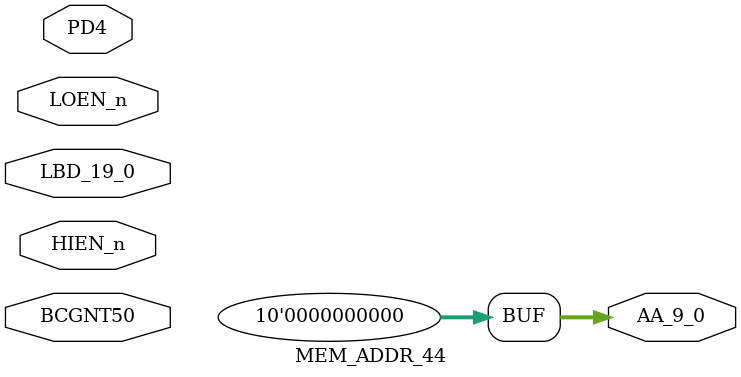
<source format=v>
module MEM_ADDR_44(	// file.cleaned.mlir:2:3
  input         BCGNT50,	// file.cleaned.mlir:2:29
                HIEN_n,	// file.cleaned.mlir:2:47
  input  [19:0] LBD_19_0,	// file.cleaned.mlir:2:64
  input         LOEN_n,	// file.cleaned.mlir:2:84
                PD4,	// file.cleaned.mlir:2:101
  output [9:0]  AA_9_0	// file.cleaned.mlir:2:116
);

  assign AA_9_0 = 10'h0;	// file.cleaned.mlir:3:15, :4:5
endmodule


</source>
